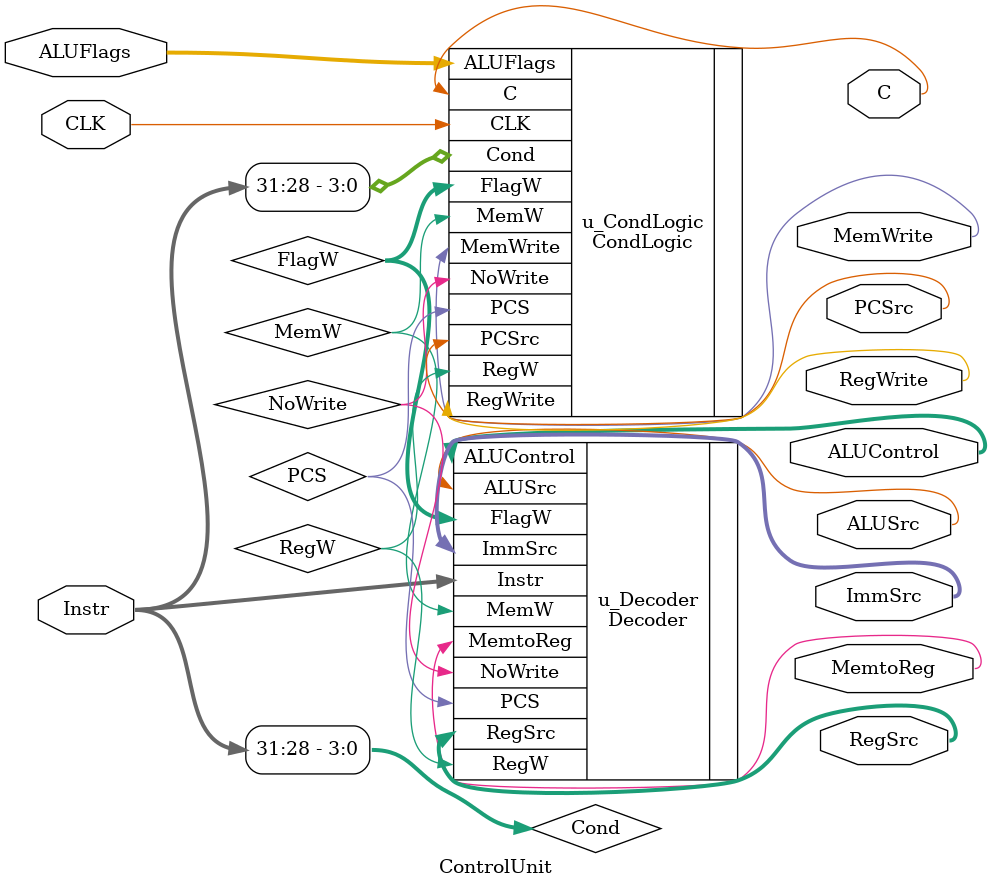
<source format=v>
module ControlUnit(
    input [31:0] Instr,
    input [3:0] ALUFlags,
    input CLK,

    output MemtoReg,
    output MemWrite,
    output ALUSrc,
    output [1:0] ImmSrc,
    output RegWrite,
    output [1:0] RegSrc,
    output [3:0] ALUControl,	
    output PCSrc,
    output C
); 
    
    wire [3:0] Cond;
    wire PSC, RegW, MemW, NoWrite;
    wire [1:0] FlagW;

    assign Cond=Instr[31:28];

    CondLogic u_CondLogic(
        .CLK      ( CLK      ),
        .PCS      ( PCS      ),
        .RegW     ( RegW     ),
        .MemW     ( MemW     ),
        .FlagW    ( FlagW    ),
        .Cond     ( Cond     ),
        .ALUFlags ( ALUFlags ),
        .NoWrite  ( NoWrite ),
        .PCSrc    ( PCSrc    ),
        .RegWrite ( RegWrite ),
        .MemWrite ( MemWrite  ),
        .C        ( C )
    );

    Decoder u_Decoder(
        .Instr      ( Instr      ),
        .PCS        ( PCS        ),
        .RegW       ( RegW       ),
        .MemW       ( MemW       ),
        .MemtoReg   ( MemtoReg   ),
        .ALUSrc     ( ALUSrc     ),
        .ImmSrc     ( ImmSrc     ),
        .RegSrc     ( RegSrc     ),
        .ALUControl ( ALUControl ),
        .NoWrite    ( NoWrite    ),
        .FlagW      ( FlagW      )
    );

endmodule
</source>
